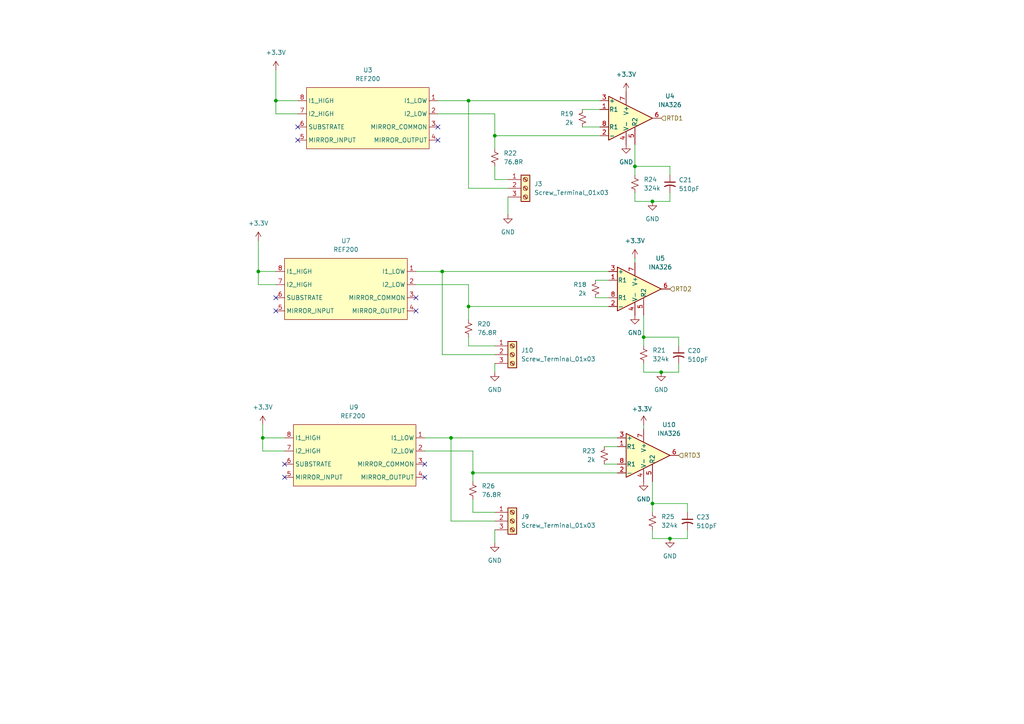
<source format=kicad_sch>
(kicad_sch (version 20250114) (generator "eeschema") (generator_version "9.0")
  (paper "A4")
  (lib_symbols
    (symbol "Amplifier_Instrumentation:INA326" (pin_names (offset 0.127))
      (property "Reference" "U" (at 3.81 3.175 0))
      (property "Value" "INA326" (at 3.81 -3.175 0))
      (symbol "INA326_0_1"
        (polyline (pts (xy 7.62 0) (xy -5.08 6.35) (xy -5.08 -6.35) (xy 7.62 0)) (stroke (width 0.254)) (fill (type background)))
      )
      (symbol "INA326_1_1"
        (pin input line (at -7.62 5.08 0) (length 2.54) (name "+") (number "3"))
        (pin passive line (at -7.62 2.54 0) (length 2.54) (name "R1") (number "1"))
        (pin passive line (at -7.62 -2.54 0) (length 2.54) (name "R1") (number "8"))
        (pin input line (at -7.62 -5.08 0) (length 2.54) (name "-") (number "2"))
        (pin power_in line (at 0 7.62 270) (length 3.81) (name "V+") (number "7"))
        (pin power_in line (at 0 -7.62 90) (length 3.81) (name "V-") (number "4"))
        (pin input line (at 2.54 -7.62 90) (length 5.08) (name "R2") (number "5"))
        (pin output line (at 10.16 0 180) (length 2.54) (name "~") (number "6"))
      )
    )
    (symbol "Connector:Screw_Terminal_01x03" (pin_names (offset 1.016) (hide yes))
      (property "Reference" "J" (at 0 5.08 0))
      (property "Value" "Screw_Terminal_01x03" (at 0 -5.08 0))
      (symbol "Screw_Terminal_01x03_1_1"
        (rectangle (start -1.27 3.81) (end 1.27 -3.81) (stroke (width 0.254)) (fill (type background)))
        (polyline (pts (xy -0.5334 2.8702) (xy 0.3302 2.032)) (stroke (width 0.1524)))
        (polyline (pts (xy -0.5334 0.3302) (xy 0.3302 -0.508)) (stroke (width 0.1524)))
        (polyline (pts (xy -0.5334 -2.2098) (xy 0.3302 -3.048)) (stroke (width 0.1524)))
        (polyline (pts (xy -0.3556 3.048) (xy 0.508 2.2098)) (stroke (width 0.1524)))
        (polyline (pts (xy -0.3556 0.508) (xy 0.508 -0.3302)) (stroke (width 0.1524)))
        (polyline (pts (xy -0.3556 -2.032) (xy 0.508 -2.8702)) (stroke (width 0.1524)))
        (circle (center 0 2.54) (radius 0.635) (stroke (width 0.1524)))
        (circle (center 0 0) (radius 0.635) (stroke (width 0.1524)))
        (circle (center 0 -2.54) (radius 0.635) (stroke (width 0.1524)))
        (pin passive line (at -5.08 2.54 0) (length 3.81) (name "Pin_1") (number "1"))
        (pin passive line (at -5.08 0 0) (length 3.81) (name "Pin_2") (number "2"))
        (pin passive line (at -5.08 -2.54 0) (length 3.81) (name "Pin_3") (number "3"))
      )
    )
    (symbol "Device:C_Small_US" (pin_numbers (hide yes)) (pin_names (offset 0.254) (hide yes))
      (property "Reference" "C" (at 0.254 1.778 0))
      (property "Value" "C_Small_US" (at 0.254 -2.032 0))
      (symbol "C_Small_US_0_1"
        (polyline (pts (xy -1.524 0.508) (xy 1.524 0.508)) (stroke (width 0.3048)))
        (arc (start -1.524 -0.762) (mid 0 -0.3734) (end 1.524 -0.762) (stroke (width 0.3048)))
      )
      (symbol "C_Small_US_1_1"
        (pin passive line (at 0 2.54 270) (length 2.032) (name "~") (number "1"))
        (pin passive line (at 0 -2.54 90) (length 2.032) (name "~") (number "2"))
      )
    )
    (symbol "Device:R_Small_US" (pin_numbers (hide yes)) (pin_names (offset 0.254) (hide yes))
      (property "Reference" "R" (at 0.762 0.508 0))
      (property "Value" "R_Small_US" (at 0.762 -1.016 0))
      (symbol "R_Small_US_1_1"
        (polyline (pts (xy 0 1.524) (xy 1.016 1.143) (xy 0 0.762) (xy -1.016 0.381) (xy 0 0)))
        (polyline (pts (xy 0 0) (xy 1.016 -0.381) (xy 0 -0.762) (xy -1.016 -1.143) (xy 0 -1.524)))
        (pin passive line (at 0 2.54 270) (length 1.016) (name "~") (number "1"))
        (pin passive line (at 0 -2.54 90) (length 1.016) (name "~") (number "2"))
      )
    )
    (symbol "FYDP_Library:REF200"
      (property "Reference" "U" (at 0 8.89 0))
      (property "Value" "REF200" (at 0 6.35 0))
      (symbol "REF200_0_1"
        (rectangle (start -17.78 3.81) (end 17.78 -13.97) (fill (type background)))
      )
      (symbol "REF200_1_1"
        (pin output line (at -20.32 0 0) (length 2.54) (name "I1_LOW") (number "1"))
        (pin output line (at -20.32 -3.81 0) (length 2.54) (name "I2_LOW") (number "2"))
        (pin output line (at -20.32 -7.62 0) (length 2.54) (name "MIRROR_COMMON") (number "3"))
        (pin output line (at -20.32 -11.43 0) (length 2.54) (name "MIRROR_OUTPUT") (number "4"))
        (pin input line (at 20.32 0 180) (length 2.54) (name "I1_HIGH") (number "8"))
        (pin input line (at 20.32 -3.81 180) (length 2.54) (name "I2_HIGH") (number "7"))
        (pin input line (at 20.32 -7.62 180) (length 2.54) (name "SUBSTRATE") (number "6"))
        (pin input line (at 20.32 -11.43 180) (length 2.54) (name "MIRROR_INPUT") (number "5"))
      )
    )
    (symbol "power:+3.3V" (power) (pin_numbers (hide yes)) (pin_names (offset 0) (hide yes))
      (property "Value" "+3.3V" (at 0 3.556 0))
      (symbol "+3.3V_0_1"
        (polyline (pts (xy -0.762 1.27) (xy 0 2.54)))
        (polyline (pts (xy 0 2.54) (xy 0.762 1.27)))
        (polyline (pts (xy 0 0) (xy 0 2.54)))
      )
      (symbol "+3.3V_1_1"
        (pin power_in line (at 0 0 90) (length 0) (name "~") (number "1"))
      )
    )
    (symbol "power:GND" (power) (pin_numbers (hide yes)) (pin_names (offset 0) (hide yes))
      (property "Value" "GND" (at 0 -3.81 0))
      (symbol "GND_0_1"
        (polyline (pts (xy 0 0) (xy 0 -1.27) (xy 1.27 -1.27) (xy 0 -2.54) (xy -1.27 -1.27) (xy 0 -1.27)))
      )
      (symbol "GND_1_1"
        (pin power_in line (at 0 0 270) (length 0) (name "~") (number "1"))
      )
    )
  )
  (junction (at 137.16 137.16))
  (junction (at 76.2 127))
  (junction (at 130.81 127))
  (junction (at 189.23 146.05))
  (junction (at 135.89 88.9))
  (junction (at 189.23 58.42))
  (junction (at 74.93 78.74))
  (junction (at 186.69 97.79))
  (junction (at 184.15 48.26))
  (junction (at 135.89 29.21))
  (junction (at 80.01 29.21))
  (junction (at 128.27 78.74))
  (junction (at 194.31 156.21))
  (junction (at 191.77 107.95))
  (junction (at 143.51 39.37))
  (no_connect (at 82.55 138.43))
  (no_connect (at 127 36.83))
  (no_connect (at 123.19 138.43))
  (no_connect (at 127 40.64))
  (no_connect (at 86.36 36.83))
  (no_connect (at 120.65 86.36))
  (no_connect (at 82.55 134.62))
  (no_connect (at 80.01 90.17))
  (no_connect (at 123.19 134.62))
  (no_connect (at 86.36 40.64))
  (no_connect (at 120.65 90.17))
  (no_connect (at 80.01 86.36))
  (wire (pts (xy 199.39 148.59) (xy 199.39 146.05)))
  (wire (pts (xy 123.19 127) (xy 130.81 127)))
  (wire (pts (xy 143.51 52.07) (xy 147.32 52.07)))
  (wire (pts (xy 172.72 86.36) (xy 176.53 86.36)))
  (wire (pts (xy 127 33.02) (xy 143.51 33.02)))
  (wire (pts (xy 196.85 100.33) (xy 196.85 97.79)))
  (wire (pts (xy 137.16 148.59) (xy 137.16 144.78)))
  (wire (pts (xy 135.89 29.21) (xy 173.99 29.21)))
  (wire (pts (xy 130.81 151.13) (xy 130.81 127)))
  (wire (pts (xy 172.72 81.28) (xy 176.53 81.28)))
  (wire (pts (xy 135.89 88.9) (xy 135.89 82.55)))
  (wire (pts (xy 143.51 148.59) (xy 137.16 148.59)))
  (wire (pts (xy 184.15 41.91) (xy 184.15 48.26)))
  (wire (pts (xy 82.55 130.81) (xy 76.2 130.81)))
  (wire (pts (xy 184.15 55.88) (xy 184.15 58.42)))
  (wire (pts (xy 143.51 43.18) (xy 143.51 39.37)))
  (wire (pts (xy 143.51 151.13) (xy 130.81 151.13)))
  (wire (pts (xy 184.15 48.26) (xy 184.15 50.8)))
  (wire (pts (xy 186.69 97.79) (xy 186.69 100.33)))
  (wire (pts (xy 196.85 107.95) (xy 191.77 107.95)))
  (wire (pts (xy 196.85 97.79) (xy 186.69 97.79)))
  (wire (pts (xy 184.15 58.42) (xy 189.23 58.42)))
  (wire (pts (xy 74.93 78.74) (xy 80.01 78.74)))
  (wire (pts (xy 76.2 127) (xy 82.55 127)))
  (wire (pts (xy 189.23 153.67) (xy 189.23 156.21)))
  (wire (pts (xy 143.51 48.26) (xy 143.51 52.07)))
  (wire (pts (xy 143.51 39.37) (xy 173.99 39.37)))
  (wire (pts (xy 199.39 156.21) (xy 194.31 156.21)))
  (wire (pts (xy 186.69 107.95) (xy 191.77 107.95)))
  (wire (pts (xy 184.15 74.93) (xy 184.15 76.2)))
  (wire (pts (xy 199.39 153.67) (xy 199.39 156.21)))
  (wire (pts (xy 80.01 82.55) (xy 74.93 82.55)))
  (wire (pts (xy 199.39 146.05) (xy 189.23 146.05)))
  (wire (pts (xy 189.23 146.05) (xy 189.23 148.59)))
  (wire (pts (xy 147.32 57.15) (xy 147.32 62.23)))
  (wire (pts (xy 143.51 153.67) (xy 143.51 157.48)))
  (wire (pts (xy 137.16 137.16) (xy 179.07 137.16)))
  (wire (pts (xy 128.27 102.87) (xy 143.51 102.87)))
  (wire (pts (xy 189.23 139.7) (xy 189.23 146.05)))
  (wire (pts (xy 137.16 139.7) (xy 137.16 137.16)))
  (wire (pts (xy 74.93 69.85) (xy 74.93 78.74)))
  (wire (pts (xy 80.01 29.21) (xy 86.36 29.21)))
  (wire (pts (xy 128.27 78.74) (xy 120.65 78.74)))
  (wire (pts (xy 194.31 50.8) (xy 194.31 48.26)))
  (wire (pts (xy 194.31 48.26) (xy 184.15 48.26)))
  (wire (pts (xy 127 29.21) (xy 135.89 29.21)))
  (wire (pts (xy 135.89 88.9) (xy 176.53 88.9)))
  (wire (pts (xy 135.89 97.79) (xy 135.89 100.33)))
  (wire (pts (xy 194.31 58.42) (xy 189.23 58.42)))
  (wire (pts (xy 175.26 134.62) (xy 179.07 134.62)))
  (wire (pts (xy 120.65 82.55) (xy 135.89 82.55)))
  (wire (pts (xy 175.26 129.54) (xy 179.07 129.54)))
  (wire (pts (xy 135.89 92.71) (xy 135.89 88.9)))
  (wire (pts (xy 168.91 36.83) (xy 173.99 36.83)))
  (wire (pts (xy 137.16 130.81) (xy 137.16 137.16)))
  (wire (pts (xy 186.69 123.19) (xy 186.69 124.46)))
  (wire (pts (xy 135.89 100.33) (xy 143.51 100.33)))
  (wire (pts (xy 123.19 130.81) (xy 137.16 130.81)))
  (wire (pts (xy 196.85 105.41) (xy 196.85 107.95)))
  (wire (pts (xy 76.2 123.19) (xy 76.2 127)))
  (wire (pts (xy 186.69 91.44) (xy 186.69 97.79)))
  (wire (pts (xy 143.51 105.41) (xy 143.51 107.95)))
  (wire (pts (xy 186.69 105.41) (xy 186.69 107.95)))
  (wire (pts (xy 135.89 29.21) (xy 135.89 54.61)))
  (wire (pts (xy 76.2 127) (xy 76.2 130.81)))
  (wire (pts (xy 74.93 82.55) (xy 74.93 78.74)))
  (wire (pts (xy 194.31 55.88) (xy 194.31 58.42)))
  (wire (pts (xy 80.01 20.32) (xy 80.01 29.21)))
  (wire (pts (xy 80.01 33.02) (xy 80.01 29.21)))
  (wire (pts (xy 130.81 127) (xy 179.07 127)))
  (wire (pts (xy 128.27 102.87) (xy 128.27 78.74)))
  (wire (pts (xy 189.23 156.21) (xy 194.31 156.21)))
  (wire (pts (xy 86.36 33.02) (xy 80.01 33.02)))
  (wire (pts (xy 147.32 54.61) (xy 135.89 54.61)))
  (wire (pts (xy 143.51 33.02) (xy 143.51 39.37)))
  (wire (pts (xy 128.27 78.74) (xy 176.53 78.74)))
  (wire (pts (xy 168.91 31.75) (xy 173.99 31.75)))
  (hierarchical_label "RTD1" (shape input) (at 191.77 34.29 0))
  (hierarchical_label "RTD3" (shape input) (at 196.85 132.08 0))
  (hierarchical_label "RTD2" (shape input) (at 194.31 83.82 0))
  (symbol (lib_id "power:GND") (at 143.51 107.95 0) (unit 1)
    (property "Reference" "#PWR036" (effects (hide yes)))
    (property "Value" "GND" (at 143.51 113.03 0))
    (property "Description" "Power symbol creates a global label with name \"GND\" , ground" (effects (hide yes)))
  )
  (symbol (lib_id "Device:R_Small_US") (at 184.15 53.34 0) (unit 1)
    (property "Reference" "R24" (at 186.69 52.0699 0) (effects (justify left)))
    (property "Value" "324k" (at 186.69 54.6099 0) (effects (justify left)))
    (property "Footprint" "Resistor_SMD:R_0201_0603Metric_Pad0.64x0.40mm_HandSolder" (effects (hide yes)))
    (property "Description" "Resistor, small US symbol" (effects (hide yes)))
  )
  (symbol (lib_id "Amplifier_Instrumentation:INA326") (at 181.61 34.29 0) (unit 1)
    (property "Reference" "U4" (at 194.31 27.8698 0))
    (property "Value" "INA326" (at 194.31 30.4098 0))
    (property "Footprint" "Package_SO:MSOP-8_3x3mm_P0.65mm" (effects (hide yes)))
    (property "Datasheet" "http://www.ti.com/lit/ds/symlink/ina326.pdf" (effects (hide yes)))
    (property "Description" "Precision, Rail-to-Rail I/O Instrumentation Amplifier, MSOP-8 package" (effects (hide yes)))
  )
  (symbol (lib_id "Amplifier_Instrumentation:INA326") (at 184.15 83.82 0) (unit 1)
    (property "Reference" "U5" (at 191.516 74.93 0))
    (property "Value" "INA326" (at 191.516 77.47 0))
    (property "Footprint" "Package_SO:MSOP-8_3x3mm_P0.65mm" (effects (hide yes)))
    (property "Datasheet" "http://www.ti.com/lit/ds/symlink/ina326.pdf" (effects (hide yes)))
    (property "Description" "Precision, Rail-to-Rail I/O Instrumentation Amplifier, MSOP-8 package" (effects (hide yes)))
  )
  (symbol (lib_id "power:GND") (at 184.15 91.44 0) (unit 1)
    (property "Reference" "#PWR028" (effects (hide yes)))
    (property "Value" "GND" (at 184.15 96.52 0))
    (property "Description" "Power symbol creates a global label with name \"GND\" , ground" (effects (hide yes)))
  )
  (symbol (lib_id "Device:R_Small_US") (at 186.69 102.87 0) (unit 1)
    (property "Reference" "R21" (at 189.23 101.5999 0) (effects (justify left)))
    (property "Value" "324k" (at 189.23 104.1399 0) (effects (justify left)))
    (property "Footprint" "Resistor_SMD:R_0201_0603Metric_Pad0.64x0.40mm_HandSolder" (effects (hide yes)))
    (property "Description" "Resistor, small US symbol" (effects (hide yes)))
  )
  (symbol (lib_id "FYDP_Library:REF200") (at 106.68 29.21 0) (mirror y) (unit 1)
    (property "Reference" "U3" (at 106.68 20.32 0))
    (property "Value" "REF200" (at 106.68 22.86 0))
    (property "Footprint" "Package_SO:SOIC-8_3.9x4.9mm_P1.27mm" (effects (hide yes)))
  )
  (symbol (lib_id "power:+3.3V") (at 80.01 20.32 0) (unit 1)
    (property "Reference" "#PWR024" (effects (hide yes)))
    (property "Value" "+3.3V" (at 80.01 15.24 0))
    (property "Description" "Power symbol creates a global label with name \"+3.3V\"" (effects (hide yes)))
  )
  (symbol (lib_id "FYDP_Library:REF200") (at 102.87 127 0) (mirror y) (unit 1)
    (property "Reference" "U9" (at 102.616 118.11 0))
    (property "Value" "REF200" (at 102.362 120.65 0))
    (property "Footprint" "Package_SO:SOIC-8_3.9x4.9mm_P1.27mm" (effects (hide yes)))
  )
  (symbol (lib_id "Device:C_Small_US") (at 196.85 102.87 0) (unit 1)
    (property "Reference" "C20" (at 199.39 101.7269 0) (effects (justify left)))
    (property "Value" "510pF" (at 199.39 104.2669 0) (effects (justify left)))
    (property "Footprint" "Capacitor_SMD:C_0201_0603Metric_Pad0.64x0.40mm_HandSolder" (effects (hide yes)))
    (property "Description" "capacitor, small US symbol" (effects (hide yes)))
  )
  (symbol (lib_id "Device:R_Small_US") (at 172.72 83.82 0) (mirror y) (unit 1)
    (property "Reference" "R18" (at 170.18 82.5499 0) (effects (justify left)))
    (property "Value" "2k" (at 170.18 85.0899 0) (effects (justify left)))
    (property "Footprint" "Resistor_SMD:R_0603_1608Metric_Pad0.98x0.95mm_HandSolder" (effects (hide yes)))
    (property "Description" "Resistor, small US symbol" (effects (hide yes)))
  )
  (symbol (lib_id "Device:R_Small_US") (at 168.91 34.29 0) (mirror y) (unit 1)
    (property "Reference" "R19" (at 166.37 33.0199 0) (effects (justify left)))
    (property "Value" "2k" (at 166.37 35.5599 0) (effects (justify left)))
    (property "Footprint" "Resistor_SMD:R_0603_1608Metric_Pad0.98x0.95mm_HandSolder" (effects (hide yes)))
    (property "Description" "Resistor, small US symbol" (effects (hide yes)))
  )
  (symbol (lib_id "Device:C_Small_US") (at 194.31 53.34 0) (unit 1)
    (property "Reference" "C21" (at 196.85 52.1969 0) (effects (justify left)))
    (property "Value" "510pF" (at 196.85 54.7369 0) (effects (justify left)))
    (property "Footprint" "Capacitor_SMD:C_0201_0603Metric_Pad0.64x0.40mm_HandSolder" (effects (hide yes)))
    (property "Description" "capacitor, small US symbol" (effects (hide yes)))
  )
  (symbol (lib_id "power:+3.3V") (at 186.69 123.19 0) (unit 1)
    (property "Reference" "#PWR044" (effects (hide yes)))
    (property "Value" "+3.3V" (at 186.182 118.618 0))
    (property "Description" "Power symbol creates a global label with name \"+3.3V\"" (effects (hide yes)))
  )
  (symbol (lib_id "power:GND") (at 186.69 139.7 0) (unit 1)
    (property "Reference" "#PWR068" (effects (hide yes)))
    (property "Value" "GND" (at 186.69 144.78 0))
    (property "Description" "Power symbol creates a global label with name \"GND\" , ground" (effects (hide yes)))
  )
  (symbol (lib_id "power:+3.3V") (at 74.93 69.85 0) (unit 1)
    (property "Reference" "#PWR025" (effects (hide yes)))
    (property "Value" "+3.3V" (at 74.93 64.77 0))
    (property "Description" "Power symbol creates a global label with name \"+3.3V\"" (effects (hide yes)))
  )
  (symbol (lib_id "power:GND") (at 181.61 41.91 0) (unit 1)
    (property "Reference" "#PWR029" (effects (hide yes)))
    (property "Value" "GND" (at 181.61 46.99 0))
    (property "Description" "Power symbol creates a global label with name \"GND\" , ground" (effects (hide yes)))
  )
  (symbol (lib_id "Device:R_Small_US") (at 175.26 132.08 0) (mirror y) (unit 1)
    (property "Reference" "R23" (at 172.72 130.8099 0) (effects (justify left)))
    (property "Value" "2k" (at 172.72 133.3499 0) (effects (justify left)))
    (property "Footprint" "Resistor_SMD:R_0603_1608Metric_Pad0.98x0.95mm_HandSolder" (effects (hide yes)))
    (property "Description" "Resistor, small US symbol" (effects (hide yes)))
  )
  (symbol (lib_id "Connector:Screw_Terminal_01x03") (at 152.4 54.61 0) (unit 1)
    (property "Reference" "J3" (at 154.94 53.3399 0) (effects (justify left)))
    (property "Value" "Screw_Terminal_01x03" (at 154.94 55.8799 0) (effects (justify left)))
    (property "Footprint" "TerminalBlock_CUI:TerminalBlock_CUI_TB007-508-03_1x03_P5.08mm_Horizontal" (effects (hide yes)))
    (property "Description" "Generic screw terminal, single row, 01x03, script generated (kicad-library-utils/schlib/autogen/connector/)" (effects (hide yes)))
  )
  (symbol (lib_id "Amplifier_Instrumentation:INA326") (at 186.69 132.08 0) (unit 1)
    (property "Reference" "U10" (at 194.056 123.19 0))
    (property "Value" "INA326" (at 194.056 125.73 0))
    (property "Footprint" "Package_SO:MSOP-8_3x3mm_P0.65mm" (effects (hide yes)))
    (property "Datasheet" "http://www.ti.com/lit/ds/symlink/ina326.pdf" (effects (hide yes)))
    (property "Description" "Precision, Rail-to-Rail I/O Instrumentation Amplifier, MSOP-8 package" (effects (hide yes)))
  )
  (symbol (lib_id "Connector:Screw_Terminal_01x03") (at 148.59 102.87 0) (unit 1)
    (property "Reference" "J10" (at 151.13 101.5999 0) (effects (justify left)))
    (property "Value" "Screw_Terminal_01x03" (at 151.13 104.1399 0) (effects (justify left)))
    (property "Footprint" "TerminalBlock_CUI:TerminalBlock_CUI_TB007-508-03_1x03_P5.08mm_Horizontal" (effects (hide yes)))
    (property "Description" "Generic screw terminal, single row, 01x03, script generated (kicad-library-utils/schlib/autogen/connector/)" (effects (hide yes)))
  )
  (symbol (lib_id "power:GND") (at 143.51 157.48 0) (unit 1)
    (property "Reference" "#PWR070" (effects (hide yes)))
    (property "Value" "GND" (at 143.51 162.56 0))
    (property "Description" "Power symbol creates a global label with name \"GND\" , ground" (effects (hide yes)))
  )
  (symbol (lib_id "power:+3.3V") (at 181.61 26.67 0) (unit 1)
    (property "Reference" "#PWR027" (effects (hide yes)))
    (property "Value" "+3.3V" (at 181.61 21.59 0))
    (property "Description" "Power symbol creates a global label with name \"+3.3V\"" (effects (hide yes)))
  )
  (symbol (lib_id "power:GND") (at 191.77 107.95 0) (unit 1)
    (property "Reference" "#PWR034" (effects (hide yes)))
    (property "Value" "GND" (at 191.77 113.03 0))
    (property "Description" "Power symbol creates a global label with name \"GND\" , ground" (effects (hide yes)))
  )
  (symbol (lib_id "power:+3.3V") (at 76.2 123.19 0) (unit 1)
    (property "Reference" "#PWR043" (effects (hide yes)))
    (property "Value" "+3.3V" (at 76.2 118.11 0))
    (property "Description" "Power symbol creates a global label with name \"+3.3V\"" (effects (hide yes)))
  )
  (symbol (lib_id "Device:C_Small_US") (at 199.39 151.13 0) (unit 1)
    (property "Reference" "C23" (at 201.93 149.9869 0) (effects (justify left)))
    (property "Value" "510pF" (at 201.93 152.5269 0) (effects (justify left)))
    (property "Footprint" "Capacitor_SMD:C_0201_0603Metric_Pad0.64x0.40mm_HandSolder" (effects (hide yes)))
    (property "Description" "capacitor, small US symbol" (effects (hide yes)))
  )
  (symbol (lib_id "power:+3.3V") (at 184.15 74.93 0) (unit 1)
    (property "Reference" "#PWR026" (effects (hide yes)))
    (property "Value" "+3.3V" (at 184.15 69.85 0))
    (property "Description" "Power symbol creates a global label with name \"+3.3V\"" (effects (hide yes)))
  )
  (symbol (lib_id "power:GND") (at 194.31 156.21 0) (unit 1)
    (property "Reference" "#PWR069" (effects (hide yes)))
    (property "Value" "GND" (at 194.31 161.29 0))
    (property "Description" "Power symbol creates a global label with name \"GND\" , ground" (effects (hide yes)))
  )
  (symbol (lib_id "power:GND") (at 189.23 58.42 0) (unit 1)
    (property "Reference" "#PWR035" (effects (hide yes)))
    (property "Value" "GND" (at 189.23 63.5 0))
    (property "Description" "Power symbol creates a global label with name \"GND\" , ground" (effects (hide yes)))
  )
  (symbol (lib_id "FYDP_Library:REF200") (at 100.33 78.74 0) (mirror y) (unit 1)
    (property "Reference" "U7" (at 100.33 69.85 0))
    (property "Value" "REF200" (at 100.33 72.39 0))
    (property "Footprint" "Package_SO:SOIC-8_3.9x4.9mm_P1.27mm" (effects (hide yes)))
  )
  (symbol (lib_id "Device:R_Small_US") (at 143.51 45.72 0) (unit 1)
    (property "Reference" "R22" (at 146.05 44.4499 0) (effects (justify left)))
    (property "Value" "76.8R" (at 146.05 46.9899 0) (effects (justify left)))
    (property "Footprint" "Resistor_SMD:R_0603_1608Metric_Pad0.98x0.95mm_HandSolder" (effects (hide yes)))
    (property "Description" "Resistor, small US symbol" (effects (hide yes)))
  )
  (symbol (lib_id "Device:R_Small_US") (at 189.23 151.13 0) (unit 1)
    (property "Reference" "R25" (at 191.77 149.8599 0) (effects (justify left)))
    (property "Value" "324k" (at 191.77 152.3999 0) (effects (justify left)))
    (property "Footprint" "Resistor_SMD:R_0201_0603Metric_Pad0.64x0.40mm_HandSolder" (effects (hide yes)))
    (property "Description" "Resistor, small US symbol" (effects (hide yes)))
  )
  (symbol (lib_id "Device:R_Small_US") (at 135.89 95.25 0) (unit 1)
    (property "Reference" "R20" (at 138.43 93.9799 0) (effects (justify left)))
    (property "Value" "76.8R" (at 138.43 96.5199 0) (effects (justify left)))
    (property "Footprint" "Resistor_SMD:R_0603_1608Metric_Pad0.98x0.95mm_HandSolder" (effects (hide yes)))
    (property "Description" "Resistor, small US symbol" (effects (hide yes)))
  )
  (symbol (lib_id "Connector:Screw_Terminal_01x03") (at 148.59 151.13 0) (unit 1)
    (property "Reference" "J9" (at 151.13 149.8599 0) (effects (justify left)))
    (property "Value" "Screw_Terminal_01x03" (at 151.13 152.3999 0) (effects (justify left)))
    (property "Footprint" "TerminalBlock_CUI:TerminalBlock_CUI_TB007-508-03_1x03_P5.08mm_Horizontal" (effects (hide yes)))
    (property "Description" "Generic screw terminal, single row, 01x03, script generated (kicad-library-utils/schlib/autogen/connector/)" (effects (hide yes)))
  )
  (symbol (lib_id "Device:R_Small_US") (at 137.16 142.24 0) (unit 1)
    (property "Reference" "R26" (at 139.7 140.9699 0) (effects (justify left)))
    (property "Value" "76.8R" (at 139.7 143.5099 0) (effects (justify left)))
    (property "Footprint" "Resistor_SMD:R_0603_1608Metric_Pad0.98x0.95mm_HandSolder" (effects (hide yes)))
    (property "Description" "Resistor, small US symbol" (effects (hide yes)))
  )
  (symbol (lib_id "power:GND") (at 147.32 62.23 0) (unit 1)
    (property "Reference" "#PWR037" (effects (hide yes)))
    (property "Value" "GND" (at 147.32 67.31 0))
    (property "Description" "Power symbol creates a global label with name \"GND\" , ground" (effects (hide yes)))
  )
)
</source>
